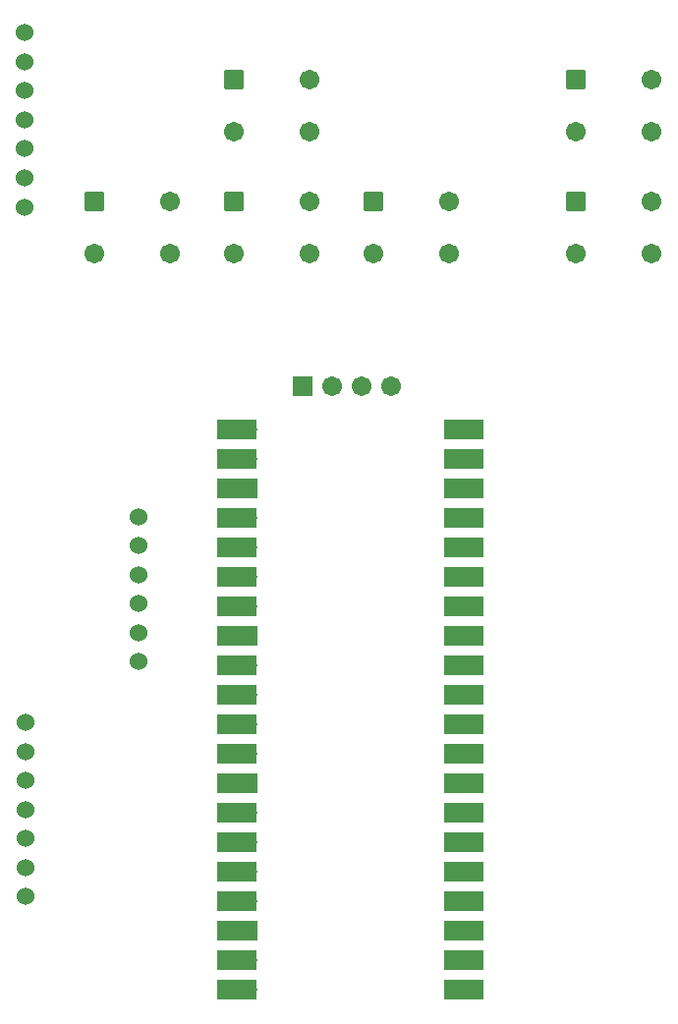
<source format=gbr>
%TF.GenerationSoftware,KiCad,Pcbnew,8.0.4*%
%TF.CreationDate,2024-08-20T15:20:12-04:00*%
%TF.ProjectId,gameconsole,67616d65-636f-46e7-936f-6c652e6b6963,rev?*%
%TF.SameCoordinates,Original*%
%TF.FileFunction,Soldermask,Top*%
%TF.FilePolarity,Negative*%
%FSLAX46Y46*%
G04 Gerber Fmt 4.6, Leading zero omitted, Abs format (unit mm)*
G04 Created by KiCad (PCBNEW 8.0.4) date 2024-08-20 15:20:12*
%MOMM*%
%LPD*%
G01*
G04 APERTURE LIST*
G04 Aperture macros list*
%AMRoundRect*
0 Rectangle with rounded corners*
0 $1 Rounding radius*
0 $2 $3 $4 $5 $6 $7 $8 $9 X,Y pos of 4 corners*
0 Add a 4 corners polygon primitive as box body*
4,1,4,$2,$3,$4,$5,$6,$7,$8,$9,$2,$3,0*
0 Add four circle primitives for the rounded corners*
1,1,$1+$1,$2,$3*
1,1,$1+$1,$4,$5*
1,1,$1+$1,$6,$7*
1,1,$1+$1,$8,$9*
0 Add four rect primitives between the rounded corners*
20,1,$1+$1,$2,$3,$4,$5,0*
20,1,$1+$1,$4,$5,$6,$7,0*
20,1,$1+$1,$6,$7,$8,$9,0*
20,1,$1+$1,$8,$9,$2,$3,0*%
G04 Aperture macros list end*
%ADD10C,1.524000*%
%ADD11C,1.702000*%
%ADD12RoundRect,0.102000X-0.749000X-0.749000X0.749000X-0.749000X0.749000X0.749000X-0.749000X0.749000X0*%
%ADD13RoundRect,0.102000X-0.754000X-0.754000X0.754000X-0.754000X0.754000X0.754000X-0.754000X0.754000X0*%
%ADD14C,1.712000*%
%ADD15O,1.700000X1.700000*%
%ADD16R,3.500000X1.700000*%
%ADD17R,1.700000X1.700000*%
G04 APERTURE END LIST*
D10*
%TO.C,U*%
X101575000Y-76775000D03*
X101575000Y-74275000D03*
X101575000Y-71775000D03*
X101575000Y-69275000D03*
X101575000Y-66775000D03*
X101575000Y-64275000D03*
X101575000Y-79275000D03*
D11*
X155575000Y-83275000D03*
X155575000Y-72775000D03*
X138075000Y-83275000D03*
X126075000Y-83275000D03*
X126075000Y-72775000D03*
X114075000Y-83275000D03*
X149075000Y-83275000D03*
X149075000Y-72775000D03*
X131575000Y-83275000D03*
X119575000Y-83275000D03*
X119575000Y-72775000D03*
X107575000Y-83275000D03*
X155575000Y-78775000D03*
X155575000Y-68275000D03*
X138075000Y-78775000D03*
X126075000Y-78775000D03*
X126075000Y-68275000D03*
X114075000Y-78775000D03*
D12*
X149075000Y-78775000D03*
X149075000Y-68275000D03*
X131575000Y-78775000D03*
X119575000Y-78775000D03*
X119575000Y-68275000D03*
X107575000Y-78775000D03*
%TD*%
D13*
%TO.C,OLED1*%
X125500000Y-94700000D03*
D14*
X128040000Y-94700000D03*
X130580000Y-94700000D03*
X133120000Y-94700000D03*
%TD*%
D10*
%TO.C,CONTROLLER1*%
X101610000Y-123700000D03*
X101610000Y-126200000D03*
X101610000Y-128700000D03*
X101610000Y-131200000D03*
X101610000Y-133700000D03*
X101610000Y-136200000D03*
X101610000Y-138700000D03*
%TD*%
D15*
%TO.C,PICO1*%
X120720000Y-98460000D03*
D16*
X119820000Y-98460000D03*
D15*
X120720000Y-101000000D03*
D16*
X119820000Y-101000000D03*
D17*
X120720000Y-103540000D03*
D16*
X119820000Y-103540000D03*
D15*
X120720000Y-106080000D03*
D16*
X119820000Y-106080000D03*
D15*
X120720000Y-108620000D03*
D16*
X119820000Y-108620000D03*
D15*
X120720000Y-111160000D03*
D16*
X119820000Y-111160000D03*
D15*
X120720000Y-113700000D03*
D16*
X119820000Y-113700000D03*
D17*
X120720000Y-116240000D03*
D16*
X119820000Y-116240000D03*
D15*
X120720000Y-118780000D03*
D16*
X119820000Y-118780000D03*
D15*
X120720000Y-121320000D03*
D16*
X119820000Y-121320000D03*
D15*
X120720000Y-123860000D03*
D16*
X119820000Y-123860000D03*
D15*
X120720000Y-126400000D03*
D16*
X119820000Y-126400000D03*
D17*
X120720000Y-128940000D03*
D16*
X119820000Y-128940000D03*
D15*
X120720000Y-131480000D03*
D16*
X119820000Y-131480000D03*
D15*
X120720000Y-134020000D03*
D16*
X119820000Y-134020000D03*
D15*
X120720000Y-136560000D03*
D16*
X119820000Y-136560000D03*
D15*
X120720000Y-139100000D03*
D16*
X119820000Y-139100000D03*
D17*
X120720000Y-141640000D03*
D16*
X119820000Y-141640000D03*
D15*
X120720000Y-144180000D03*
D16*
X119820000Y-144180000D03*
D15*
X120720000Y-146720000D03*
D16*
X119820000Y-146720000D03*
D15*
X138500000Y-146720000D03*
D16*
X139400000Y-146720000D03*
D15*
X138500000Y-144180000D03*
D16*
X139400000Y-144180000D03*
D17*
X138500000Y-141640000D03*
D16*
X139400000Y-141640000D03*
D15*
X138500000Y-139100000D03*
D16*
X139400000Y-139100000D03*
D15*
X138500000Y-136560000D03*
D16*
X139400000Y-136560000D03*
D15*
X138500000Y-134020000D03*
D16*
X139400000Y-134020000D03*
D15*
X138500000Y-131480000D03*
D16*
X139400000Y-131480000D03*
D17*
X138500000Y-128940000D03*
D16*
X139400000Y-128940000D03*
D15*
X138500000Y-126400000D03*
D16*
X139400000Y-126400000D03*
D15*
X138500000Y-123860000D03*
D16*
X139400000Y-123860000D03*
D15*
X138500000Y-121320000D03*
D16*
X139400000Y-121320000D03*
D15*
X138500000Y-118780000D03*
D16*
X139400000Y-118780000D03*
D17*
X138500000Y-116240000D03*
D16*
X139400000Y-116240000D03*
D15*
X138500000Y-113700000D03*
D16*
X139400000Y-113700000D03*
D15*
X138500000Y-111160000D03*
D16*
X139400000Y-111160000D03*
D15*
X138500000Y-108620000D03*
D16*
X139400000Y-108620000D03*
D15*
X138500000Y-106080000D03*
D16*
X139400000Y-106080000D03*
D17*
X138500000Y-103540000D03*
D16*
X139400000Y-103540000D03*
D15*
X138500000Y-101000000D03*
D16*
X139400000Y-101000000D03*
D15*
X138500000Y-98460000D03*
D16*
X139400000Y-98460000D03*
%TD*%
D10*
%TO.C,SDCARD1*%
X111350000Y-105950000D03*
X111350000Y-108450000D03*
X111350000Y-110950000D03*
X111350000Y-113450000D03*
X111350000Y-115950000D03*
X111350000Y-118450000D03*
%TD*%
M02*

</source>
